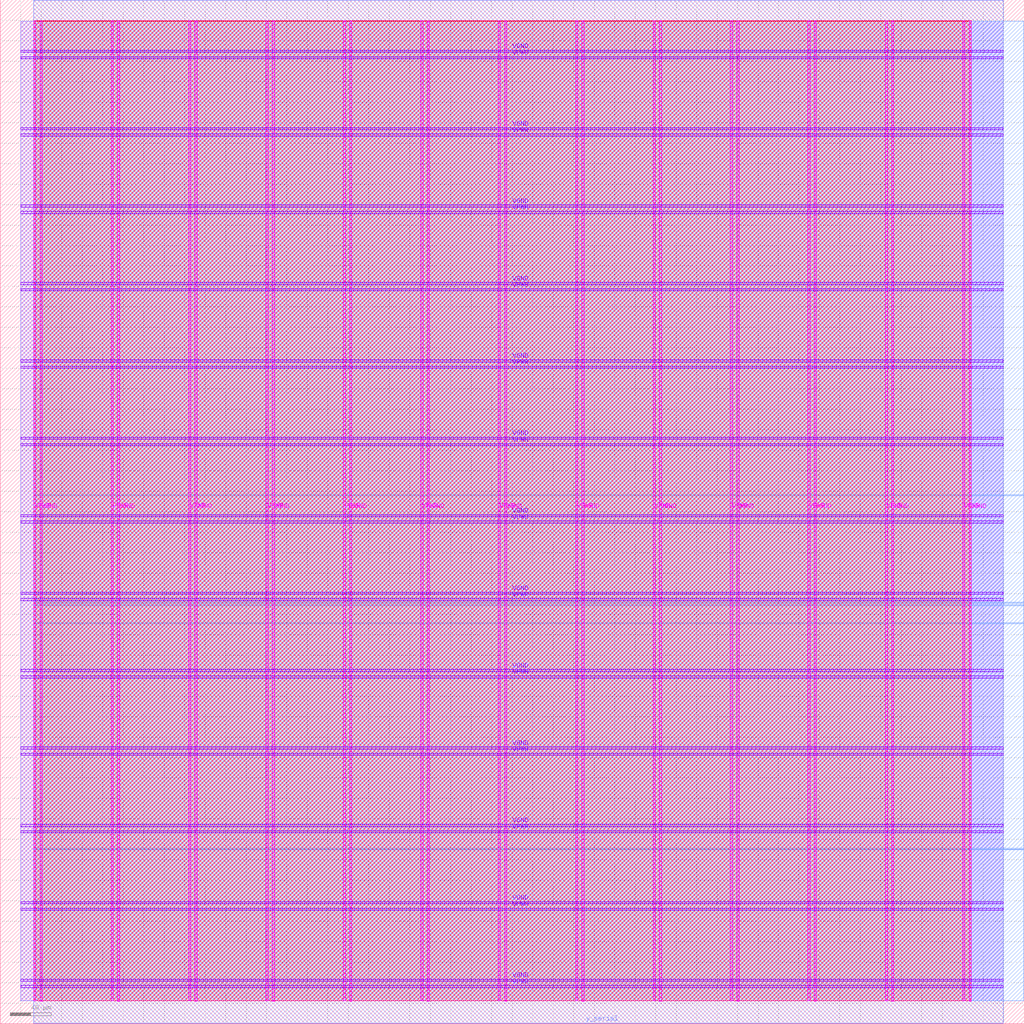
<source format=lef>
VERSION 5.7 ;
  NOWIREEXTENSIONATPIN ON ;
  DIVIDERCHAR "/" ;
  BUSBITCHARS "[]" ;
MACRO top
  CLASS BLOCK ;
  FOREIGN top ;
  ORIGIN 0.000 0.000 ;
  SIZE 1000.000 BY 1000.000 ;
  PIN VGND
    DIRECTION INOUT ;
    USE GROUND ;
    PORT
      LAYER TopMetal1 ;
        RECT 38.860 22.050 41.060 979.240 ;
    END
    PORT
      LAYER TopMetal1 ;
        RECT 114.460 22.050 116.660 979.240 ;
    END
    PORT
      LAYER TopMetal1 ;
        RECT 190.060 22.050 192.260 979.240 ;
    END
    PORT
      LAYER TopMetal1 ;
        RECT 265.660 22.050 267.860 979.240 ;
    END
    PORT
      LAYER TopMetal1 ;
        RECT 341.260 22.050 343.460 979.240 ;
    END
    PORT
      LAYER TopMetal1 ;
        RECT 416.860 22.050 419.060 979.240 ;
    END
    PORT
      LAYER TopMetal1 ;
        RECT 492.460 22.050 494.660 979.240 ;
    END
    PORT
      LAYER TopMetal1 ;
        RECT 568.060 22.050 570.260 979.240 ;
    END
    PORT
      LAYER TopMetal1 ;
        RECT 643.660 22.050 645.860 979.240 ;
    END
    PORT
      LAYER TopMetal1 ;
        RECT 719.260 22.050 721.460 979.240 ;
    END
    PORT
      LAYER TopMetal1 ;
        RECT 794.860 22.050 797.060 979.240 ;
    END
    PORT
      LAYER TopMetal1 ;
        RECT 870.460 22.050 872.660 979.240 ;
    END
    PORT
      LAYER TopMetal1 ;
        RECT 946.060 22.050 948.260 979.240 ;
    END
    PORT
      LAYER TopMetal2 ;
        RECT 20.160 41.380 979.680 43.580 ;
    END
    PORT
      LAYER TopMetal2 ;
        RECT 20.160 116.980 979.680 119.180 ;
    END
    PORT
      LAYER TopMetal2 ;
        RECT 20.160 192.580 979.680 194.780 ;
    END
    PORT
      LAYER TopMetal2 ;
        RECT 20.160 268.180 979.680 270.380 ;
    END
    PORT
      LAYER TopMetal2 ;
        RECT 20.160 343.780 979.680 345.980 ;
    END
    PORT
      LAYER TopMetal2 ;
        RECT 20.160 419.380 979.680 421.580 ;
    END
    PORT
      LAYER TopMetal2 ;
        RECT 20.160 494.980 979.680 497.180 ;
    END
    PORT
      LAYER TopMetal2 ;
        RECT 20.160 570.580 979.680 572.780 ;
    END
    PORT
      LAYER TopMetal2 ;
        RECT 20.160 646.180 979.680 648.380 ;
    END
    PORT
      LAYER TopMetal2 ;
        RECT 20.160 721.780 979.680 723.980 ;
    END
    PORT
      LAYER TopMetal2 ;
        RECT 20.160 797.380 979.680 799.580 ;
    END
    PORT
      LAYER TopMetal2 ;
        RECT 20.160 872.980 979.680 875.180 ;
    END
    PORT
      LAYER TopMetal2 ;
        RECT 20.160 948.580 979.680 950.780 ;
    END
  END VGND
  PIN VPWR
    DIRECTION INOUT ;
    USE POWER ;
    PORT
      LAYER TopMetal1 ;
        RECT 32.660 22.460 34.860 979.650 ;
    END
    PORT
      LAYER TopMetal1 ;
        RECT 108.260 22.460 110.460 979.650 ;
    END
    PORT
      LAYER TopMetal1 ;
        RECT 183.860 22.460 186.060 979.650 ;
    END
    PORT
      LAYER TopMetal1 ;
        RECT 259.460 22.460 261.660 979.650 ;
    END
    PORT
      LAYER TopMetal1 ;
        RECT 335.060 22.460 337.260 979.650 ;
    END
    PORT
      LAYER TopMetal1 ;
        RECT 410.660 22.460 412.860 979.650 ;
    END
    PORT
      LAYER TopMetal1 ;
        RECT 486.260 22.460 488.460 979.650 ;
    END
    PORT
      LAYER TopMetal1 ;
        RECT 561.860 22.460 564.060 979.650 ;
    END
    PORT
      LAYER TopMetal1 ;
        RECT 637.460 22.460 639.660 979.650 ;
    END
    PORT
      LAYER TopMetal1 ;
        RECT 713.060 22.460 715.260 979.650 ;
    END
    PORT
      LAYER TopMetal1 ;
        RECT 788.660 22.460 790.860 979.650 ;
    END
    PORT
      LAYER TopMetal1 ;
        RECT 864.260 22.460 866.460 979.650 ;
    END
    PORT
      LAYER TopMetal1 ;
        RECT 939.860 22.460 942.060 979.650 ;
    END
    PORT
      LAYER TopMetal2 ;
        RECT 20.160 35.180 979.680 37.380 ;
    END
    PORT
      LAYER TopMetal2 ;
        RECT 20.160 110.780 979.680 112.980 ;
    END
    PORT
      LAYER TopMetal2 ;
        RECT 20.160 186.380 979.680 188.580 ;
    END
    PORT
      LAYER TopMetal2 ;
        RECT 20.160 261.980 979.680 264.180 ;
    END
    PORT
      LAYER TopMetal2 ;
        RECT 20.160 337.580 979.680 339.780 ;
    END
    PORT
      LAYER TopMetal2 ;
        RECT 20.160 413.180 979.680 415.380 ;
    END
    PORT
      LAYER TopMetal2 ;
        RECT 20.160 488.780 979.680 490.980 ;
    END
    PORT
      LAYER TopMetal2 ;
        RECT 20.160 564.380 979.680 566.580 ;
    END
    PORT
      LAYER TopMetal2 ;
        RECT 20.160 639.980 979.680 642.180 ;
    END
    PORT
      LAYER TopMetal2 ;
        RECT 20.160 715.580 979.680 717.780 ;
    END
    PORT
      LAYER TopMetal2 ;
        RECT 20.160 791.180 979.680 793.380 ;
    END
    PORT
      LAYER TopMetal2 ;
        RECT 20.160 866.780 979.680 868.980 ;
    END
    PORT
      LAYER TopMetal2 ;
        RECT 20.160 942.380 979.680 944.580 ;
    END
  END VPWR
  PIN clkA
    DIRECTION INPUT ;
    USE SIGNAL ;
    ANTENNAGATEAREA 1.450800 ;
    PORT
      LAYER Metal3 ;
        RECT 999.600 169.900 1000.000 170.300 ;
    END
  END clkA
  PIN reset
    DIRECTION INPUT ;
    USE SIGNAL ;
    ANTENNAGATEAREA 0.180700 ;
    PORT
      LAYER Metal3 ;
        RECT 999.600 170.740 1000.000 171.140 ;
    END
  END reset
  PIN spi_miso
    DIRECTION OUTPUT ;
    USE SIGNAL ;
    ANTENNADIFFAREA 0.706800 ;
    PORT
      LAYER Metal3 ;
        RECT 999.600 408.460 1000.000 408.860 ;
    END
  END spi_miso
  PIN spi_mosi
    DIRECTION INPUT ;
    USE SIGNAL ;
    ANTENNAGATEAREA 0.180700 ;
    PORT
      LAYER Metal3 ;
        RECT 999.600 515.980 1000.000 516.380 ;
    END
  END spi_mosi
  PIN spi_sclk
    DIRECTION INPUT ;
    USE SIGNAL ;
    ANTENNAGATEAREA 1.450800 ;
    PORT
      LAYER Metal3 ;
        RECT 999.600 390.820 1000.000 391.220 ;
    END
  END spi_sclk
  PIN spi_ss_n
    DIRECTION INPUT ;
    USE SIGNAL ;
    ANTENNAGATEAREA 0.180700 ;
    PORT
      LAYER Metal3 ;
        RECT 999.600 410.980 1000.000 411.380 ;
    END
  END spi_ss_n
  PIN x_serial
    DIRECTION INPUT ;
    USE SIGNAL ;
    ANTENNAGATEAREA 0.180700 ;
    PORT
      LAYER Metal2 ;
        RECT 497.560 999.600 497.960 1000.000 ;
    END
  END x_serial
  PIN y_serial
    DIRECTION OUTPUT ;
    USE SIGNAL ;
    ANTENNADIFFAREA 0.708600 ;
    PORT
      LAYER Metal2 ;
        RECT 571.480 0.000 571.880 0.400 ;
    END
  END y_serial
  OBS
      LAYER GatPoly ;
        RECT 20.160 22.530 979.680 979.170 ;
      LAYER Metal1 ;
        RECT 20.160 22.460 979.680 979.240 ;
      LAYER Metal2 ;
        RECT 32.840 999.390 497.350 999.600 ;
        RECT 498.170 999.390 979.305 999.600 ;
        RECT 32.840 0.610 979.305 999.390 ;
        RECT 32.840 0.320 571.270 0.610 ;
        RECT 572.090 0.320 979.305 0.610 ;
      LAYER Metal3 ;
        RECT 32.795 516.590 999.600 979.120 ;
        RECT 32.795 515.770 999.390 516.590 ;
        RECT 32.795 411.590 999.600 515.770 ;
        RECT 32.795 410.770 999.390 411.590 ;
        RECT 32.795 409.070 999.600 410.770 ;
        RECT 32.795 408.250 999.390 409.070 ;
        RECT 32.795 391.430 999.600 408.250 ;
        RECT 32.795 390.610 999.390 391.430 ;
        RECT 32.795 171.350 999.600 390.610 ;
        RECT 32.795 170.530 999.390 171.350 ;
        RECT 32.795 170.510 999.600 170.530 ;
        RECT 32.795 169.690 999.390 170.510 ;
        RECT 32.795 22.580 999.600 169.690 ;
      LAYER Metal4 ;
        RECT 32.840 22.535 948.080 979.165 ;
      LAYER Metal5 ;
        RECT 32.795 22.370 948.125 979.330 ;
  END
END top
END LIBRARY


</source>
